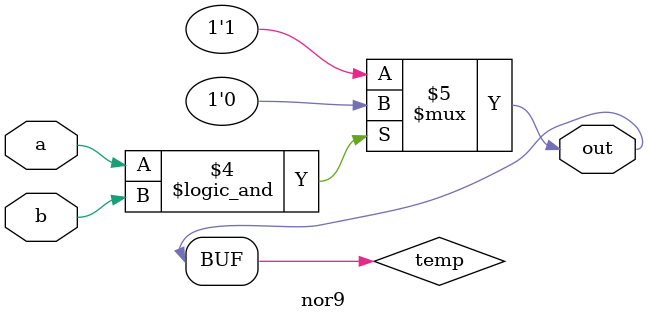
<source format=v>
module nor9 (
  input a,
  input b,
  output wire out
);

    reg temp;
    always @(*) begin
        temp = (a == 1'b1 && b == 1'b1) ? 1'b0 : 1'b1; // NOR using conditional expression
    end

    assign out = temp;
    
endmodule

</source>
